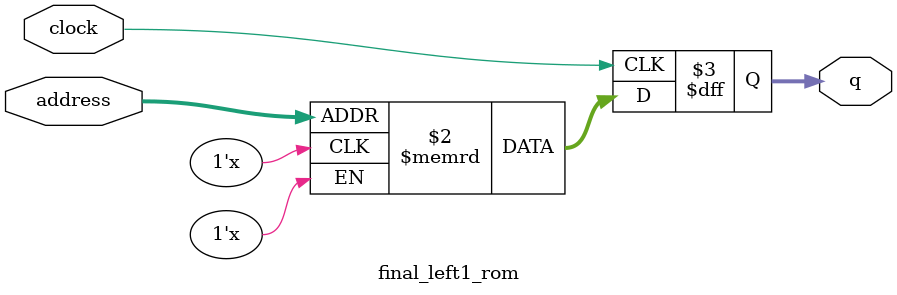
<source format=sv>
module final_left1_rom (
	input logic clock,
	input logic [9:0] address,
	output logic [3:0] q
);

logic [3:0] memory [0:1023] /* synthesis ram_init_file = "./final_left1/final_left1.mif" */;

always_ff @ (posedge clock) begin
	q <= memory[address];
end

endmodule

</source>
